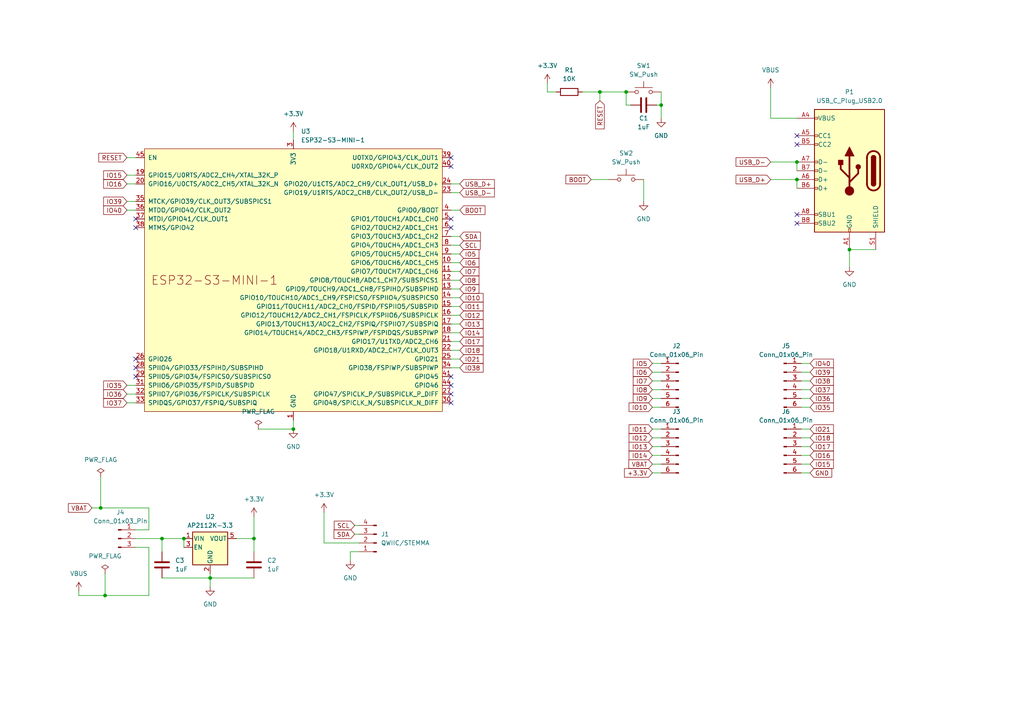
<source format=kicad_sch>
(kicad_sch (version 20230121) (generator eeschema)
  (paper "A4")
  (title_block (title "LazyBoard") (date "2023-11-02") (rev "0.1") (company "CRCibernetica SA"))
  (lib_symbols
    (symbol "Connector:Conn_01x03_Pin" (pin_names (offset 1.016) hide)
      (property "Reference" "J" (at 0 5.08 0))
      (property "Value" "Conn_01x03_Pin" (at 0 -5.08 0))
      (symbol "Conn_01x03_Pin_1_1"
        (polyline (pts (xy 1.27 -2.54) (xy 0.8636 -2.54)) (stroke (width 0.1524)))
        (polyline (pts (xy 1.27 0) (xy 0.8636 0)) (stroke (width 0.1524)))
        (polyline (pts (xy 1.27 2.54) (xy 0.8636 2.54)) (stroke (width 0.1524)))
        (rectangle (start 0.8636 -2.413) (end 0 -2.667) (stroke (width 0.1524)) (fill (type outline)))
        (rectangle (start 0.8636 0.127) (end 0 -0.127) (stroke (width 0.1524)) (fill (type outline)))
        (rectangle (start 0.8636 2.667) (end 0 2.413) (stroke (width 0.1524)) (fill (type outline)))
        (pin passive line (at 5.08 2.54 180) (length 3.81) (name "Pin_1") (number "1"))
        (pin passive line (at 5.08 0 180) (length 3.81) (name "Pin_2") (number "2"))
        (pin passive line (at 5.08 -2.54 180) (length 3.81) (name "Pin_3") (number "3"))
      )
    )
    (symbol "Connector:Conn_01x04_Pin" (pin_names (offset 1.016) hide)
      (property "Reference" "J" (at 0 5.08 0))
      (property "Value" "Conn_01x04_Pin" (at 0 -7.62 0))
      (symbol "Conn_01x04_Pin_1_1"
        (polyline (pts (xy 1.27 -5.08) (xy 0.8636 -5.08)) (stroke (width 0.1524)))
        (polyline (pts (xy 1.27 -2.54) (xy 0.8636 -2.54)) (stroke (width 0.1524)))
        (polyline (pts (xy 1.27 0) (xy 0.8636 0)) (stroke (width 0.1524)))
        (polyline (pts (xy 1.27 2.54) (xy 0.8636 2.54)) (stroke (width 0.1524)))
        (rectangle (start 0.8636 -4.953) (end 0 -5.207) (stroke (width 0.1524)) (fill (type outline)))
        (rectangle (start 0.8636 -2.413) (end 0 -2.667) (stroke (width 0.1524)) (fill (type outline)))
        (rectangle (start 0.8636 0.127) (end 0 -0.127) (stroke (width 0.1524)) (fill (type outline)))
        (rectangle (start 0.8636 2.667) (end 0 2.413) (stroke (width 0.1524)) (fill (type outline)))
        (pin passive line (at 5.08 2.54 180) (length 3.81) (name "Pin_1") (number "1"))
        (pin passive line (at 5.08 0 180) (length 3.81) (name "Pin_2") (number "2"))
        (pin passive line (at 5.08 -2.54 180) (length 3.81) (name "Pin_3") (number "3"))
        (pin passive line (at 5.08 -5.08 180) (length 3.81) (name "Pin_4") (number "4"))
      )
    )
    (symbol "Connector:Conn_01x06_Pin" (pin_names (offset 1.016) hide)
      (property "Reference" "J" (at 0 7.62 0))
      (property "Value" "Conn_01x06_Pin" (at 0 -10.16 0))
      (symbol "Conn_01x06_Pin_1_1"
        (polyline (pts (xy 1.27 -7.62) (xy 0.8636 -7.62)) (stroke (width 0.1524)))
        (polyline (pts (xy 1.27 -5.08) (xy 0.8636 -5.08)) (stroke (width 0.1524)))
        (polyline (pts (xy 1.27 -2.54) (xy 0.8636 -2.54)) (stroke (width 0.1524)))
        (polyline (pts (xy 1.27 0) (xy 0.8636 0)) (stroke (width 0.1524)))
        (polyline (pts (xy 1.27 2.54) (xy 0.8636 2.54)) (stroke (width 0.1524)))
        (polyline (pts (xy 1.27 5.08) (xy 0.8636 5.08)) (stroke (width 0.1524)))
        (rectangle (start 0.8636 -7.493) (end 0 -7.747) (stroke (width 0.1524)) (fill (type outline)))
        (rectangle (start 0.8636 -4.953) (end 0 -5.207) (stroke (width 0.1524)) (fill (type outline)))
        (rectangle (start 0.8636 -2.413) (end 0 -2.667) (stroke (width 0.1524)) (fill (type outline)))
        (rectangle (start 0.8636 0.127) (end 0 -0.127) (stroke (width 0.1524)) (fill (type outline)))
        (rectangle (start 0.8636 2.667) (end 0 2.413) (stroke (width 0.1524)) (fill (type outline)))
        (rectangle (start 0.8636 5.207) (end 0 4.953) (stroke (width 0.1524)) (fill (type outline)))
        (pin passive line (at 5.08 5.08 180) (length 3.81) (name "Pin_1") (number "1"))
        (pin passive line (at 5.08 2.54 180) (length 3.81) (name "Pin_2") (number "2"))
        (pin passive line (at 5.08 0 180) (length 3.81) (name "Pin_3") (number "3"))
        (pin passive line (at 5.08 -2.54 180) (length 3.81) (name "Pin_4") (number "4"))
        (pin passive line (at 5.08 -5.08 180) (length 3.81) (name "Pin_5") (number "5"))
        (pin passive line (at 5.08 -7.62 180) (length 3.81) (name "Pin_6") (number "6"))
      )
    )
    (symbol "Connector:USB_C_Receptacle_USB2.0" (pin_names (offset 1.016))
      (property "Reference" "J" (at -10.16 19.05 0))
      (property "Value" "USB_C_Receptacle_USB2.0" (at 19.05 19.05 0))
      (symbol "USB_C_Receptacle_USB2.0_0_0"
        (rectangle (start -0.254 -17.78) (end 0.254 -16.764))
        (rectangle (start 10.16 -14.986) (end 9.144 -15.494))
        (rectangle (start 10.16 -12.446) (end 9.144 -12.954))
        (rectangle (start 10.16 -4.826) (end 9.144 -5.334))
        (rectangle (start 10.16 -2.286) (end 9.144 -2.794))
        (rectangle (start 10.16 0.254) (end 9.144 -0.254))
        (rectangle (start 10.16 2.794) (end 9.144 2.286))
        (rectangle (start 10.16 7.874) (end 9.144 7.366))
        (rectangle (start 10.16 10.414) (end 9.144 9.906))
        (rectangle (start 10.16 15.494) (end 9.144 14.986))
      )
      (symbol "USB_C_Receptacle_USB2.0_0_1"
        (rectangle (start -10.16 17.78) (end 10.16 -17.78) (stroke (width 0.254)) (fill (type background)))
        (arc (start -8.89 -3.81) (mid -6.985 -5.7067) (end -5.08 -3.81) (stroke (width 0.508)))
        (arc (start -7.62 -3.81) (mid -6.985 -4.4423) (end -6.35 -3.81) (stroke (width 0.254)))
        (arc (start -7.62 -3.81) (mid -6.985 -4.4423) (end -6.35 -3.81) (stroke (width 0.254)) (fill (type outline)))
        (rectangle (start -7.62 -3.81) (end -6.35 3.81) (stroke (width 0.254)) (fill (type outline)))
        (arc (start -6.35 3.81) (mid -6.985 4.4423) (end -7.62 3.81) (stroke (width 0.254)))
        (arc (start -6.35 3.81) (mid -6.985 4.4423) (end -7.62 3.81) (stroke (width 0.254)) (fill (type outline)))
        (arc (start -5.08 3.81) (mid -6.985 5.7067) (end -8.89 3.81) (stroke (width 0.508)))
        (circle (center -2.54 1.143) (radius 0.635) (stroke (width 0.254)) (fill (type outline)))
        (circle (center 0 -5.842) (radius 1.27) (fill (type outline)))
        (polyline (pts (xy -8.89 -3.81) (xy -8.89 3.81)) (stroke (width 0.508)))
        (polyline (pts (xy -5.08 3.81) (xy -5.08 -3.81)) (stroke (width 0.508)))
        (polyline (pts (xy 0 -5.842) (xy 0 4.318)) (stroke (width 0.508)))
        (polyline (pts (xy 0 -3.302) (xy -2.54 -0.762) (xy -2.54 0.508)) (stroke (width 0.508)))
        (polyline (pts (xy 0 -2.032) (xy 2.54 0.508) (xy 2.54 1.778)) (stroke (width 0.508)))
        (polyline (pts (xy -1.27 4.318) (xy 0 6.858) (xy 1.27 4.318) (xy -1.27 4.318)) (stroke (width 0.254)) (fill (type outline)))
        (rectangle (start 1.905 1.778) (end 3.175 3.048) (stroke (width 0.254)) (fill (type outline)))
      )
      (symbol "USB_C_Receptacle_USB2.0_1_1"
        (pin passive line (at 0 -22.86 90) (length 5.08) (name "GND") (number "A1"))
        (pin passive line (at 0 -22.86 90) (length 5.08) hide (name "GND") (number "A12"))
        (pin passive line (at 15.24 15.24 180) (length 5.08) (name "VBUS") (number "A4"))
        (pin bidirectional line (at 15.24 10.16 180) (length 5.08) (name "CC1") (number "A5"))
        (pin bidirectional line (at 15.24 -2.54 180) (length 5.08) (name "D+") (number "A6"))
        (pin bidirectional line (at 15.24 2.54 180) (length 5.08) (name "D-") (number "A7"))
        (pin bidirectional line (at 15.24 -12.7 180) (length 5.08) (name "SBU1") (number "A8"))
        (pin passive line (at 15.24 15.24 180) (length 5.08) hide (name "VBUS") (number "A9"))
        (pin passive line (at 0 -22.86 90) (length 5.08) hide (name "GND") (number "B1"))
        (pin passive line (at 0 -22.86 90) (length 5.08) hide (name "GND") (number "B12"))
        (pin passive line (at 15.24 15.24 180) (length 5.08) hide (name "VBUS") (number "B4"))
        (pin bidirectional line (at 15.24 7.62 180) (length 5.08) (name "CC2") (number "B5"))
        (pin bidirectional line (at 15.24 -5.08 180) (length 5.08) (name "D+") (number "B6"))
        (pin bidirectional line (at 15.24 0 180) (length 5.08) (name "D-") (number "B7"))
        (pin bidirectional line (at 15.24 -15.24 180) (length 5.08) (name "SBU2") (number "B8"))
        (pin passive line (at 15.24 15.24 180) (length 5.08) hide (name "VBUS") (number "B9"))
        (pin passive line (at -7.62 -22.86 90) (length 5.08) (name "SHIELD") (number "S1"))
      )
    )
    (symbol "Device:C" (pin_numbers hide) (pin_names (offset 0.254))
      (property "Reference" "C" (at 0.635 2.54 0))
      (property "Value" "C" (at 0.635 -2.54 0))
      (symbol "C_0_1"
        (polyline (pts (xy -2.032 -0.762) (xy 2.032 -0.762)) (stroke (width 0.508)))
        (polyline (pts (xy -2.032 0.762) (xy 2.032 0.762)) (stroke (width 0.508)))
      )
      (symbol "C_1_1"
        (pin passive line (at 0 3.81 270) (length 2.794) (name "~") (number "1"))
        (pin passive line (at 0 -3.81 90) (length 2.794) (name "~") (number "2"))
      )
    )
    (symbol "Device:R" (pin_numbers hide) (pin_names (offset 0))
      (property "Reference" "R" (at 2.032 0 90))
      (property "Value" "R" (at 0 0 90))
      (symbol "R_0_1"
        (rectangle (start -1.016 -2.54) (end 1.016 2.54) (stroke (width 0.254)))
      )
      (symbol "R_1_1"
        (pin passive line (at 0 3.81 270) (length 1.27) (name "~") (number "1"))
        (pin passive line (at 0 -3.81 90) (length 1.27) (name "~") (number "2"))
      )
    )
    (symbol "PCM_Espressif:ESP32-S3-MINI-1" (pin_names (offset 1.016))
      (property "Reference" "U" (at -43.18 43.18 0))
      (property "Value" "ESP32-S3-MINI-1" (at -43.18 40.64 0))
      (symbol "ESP32-S3-MINI-1_0_0"
        (text "ESP32-S3-MINI-1" (at -22.86 0 0) (effects (font (size 2.54 2.54))))
        (pin power_in line (at 0 -40.64 90) (length 2.54) (name "GND") (number "1"))
        (pin bidirectional line (at 45.72 5.08 180) (length 2.54) (name "GPIO6/TOUCH6/ADC1_CH5") (number "10"))
        (pin bidirectional line (at 45.72 2.54 180) (length 2.54) (name "GPIO7/TOUCH7/ADC1_CH6") (number "11"))
        (pin bidirectional line (at 45.72 0 180) (length 2.54) (name "GPIO8/TOUCH8/ADC1_CH7/SUBSPICS1") (number "12"))
        (pin bidirectional line (at 45.72 -2.54 180) (length 2.54) (name "GPIO9/TOUCH9/ADC1_CH8/FSPIHD/SUBSPIHD") (number "13"))
        (pin bidirectional line (at 45.72 -5.08 180) (length 2.54) (name "GPIO10/TOUCH10/ADC1_CH9/FSPICS0/FSPIIO4/SUBSPICS0") (number "14"))
        (pin bidirectional line (at 45.72 -7.62 180) (length 2.54) (name "GPIO11/TOUCH11/ADC2_CH0/FSPID/FSPIIO5/SUBSPID") (number "15"))
        (pin bidirectional line (at 45.72 -10.16 180) (length 2.54) (name "GPIO12/TOUCH12/ADC2_CH1/FSPICLK/FSPIIO6/SUBSPICLK") (number "16"))
        (pin bidirectional line (at 45.72 -12.7 180) (length 2.54) (name "GPIO13/TOUCH13/ADC2_CH2/FSPIQ/FSPIIO7/SUBSPIQ") (number "17"))
        (pin bidirectional line (at 45.72 -15.24 180) (length 2.54) (name "GPIO14/TOUCH14/ADC2_CH3/FSPIWP/FSPIDQS/SUBSPIWP") (number "18"))
        (pin bidirectional line (at -45.72 30.48 0) (length 2.54) (name "GPIO15/U0RTS/ADC2_CH4/XTAL_32K_P") (number "19"))
        (pin passive line (at 0 -40.64 90) (length 2.54) hide (name "GND") (number "2"))
        (pin bidirectional line (at -45.72 27.94 0) (length 2.54) (name "GPIO16/U0CTS/ADC2_CH5/XTAL_32K_N") (number "20"))
        (pin bidirectional line (at 45.72 -17.78 180) (length 2.54) (name "GPIO17/U1TXD/ADC2_CH6") (number "21"))
        (pin bidirectional line (at 45.72 -20.32 180) (length 2.54) (name "GPIO18/U1RXD/ADC2_CH7/CLK_OUT3") (number "22"))
        (pin bidirectional line (at 45.72 25.4 180) (length 2.54) (name "GPIO19/U1RTS/ADC2_CH8/CLK_OUT2/USB_D-") (number "23"))
        (pin bidirectional line (at 45.72 27.94 180) (length 2.54) (name "GPIO20/U1CTS/ADC2_CH9/CLK_OUT1/USB_D+") (number "24"))
        (pin bidirectional line (at 45.72 -22.86 180) (length 2.54) (name "GPIO21") (number "25"))
        (pin bidirectional line (at -45.72 -22.86 0) (length 2.54) (name "GPIO26") (number "26"))
        (pin bidirectional line (at 45.72 -33.02 180) (length 2.54) (name "GPIO47/SPICLK_P/SUBSPICLK_P_DIFF") (number "27"))
        (pin bidirectional line (at -45.72 -25.4 0) (length 2.54) (name "SPIIO4/GPIO33/FSPIHD/SUBSPIHD") (number "28"))
        (pin bidirectional line (at -45.72 -27.94 0) (length 2.54) (name "SPIIO5/GPIO34/FSPICS0/SUBSPICS0") (number "29"))
        (pin power_in line (at 0 40.64 270) (length 2.54) (name "3V3") (number "3"))
        (pin bidirectional line (at 45.72 -35.56 180) (length 2.54) (name "GPIO48/SPICLK_N/SUBSPICLK_N_DIFF") (number "30"))
        (pin bidirectional line (at -45.72 -30.48 0) (length 2.54) (name "SPIIO6/GPIO35/FSPID/SUBSPID") (number "31"))
        (pin bidirectional line (at -45.72 -33.02 0) (length 2.54) (name "SPIIO7/GPIO36/FSPICLK/SUBSPICLK") (number "32"))
        (pin bidirectional line (at -45.72 -35.56 0) (length 2.54) (name "SPIDQS/GPIO37/FSPIQ/SUBSPIQ") (number "33"))
        (pin bidirectional line (at 45.72 -25.4 180) (length 2.54) (name "GPIO38/FSPIWP/SUBSPIWP") (number "34"))
        (pin bidirectional line (at -45.72 22.86 0) (length 2.54) (name "MTCK/GPIO39/CLK_OUT3/SUBSPICS1") (number "35"))
        (pin bidirectional line (at -45.72 20.32 0) (length 2.54) (name "MTDO/GPIO40/CLK_OUT2") (number "36"))
        (pin bidirectional line (at -45.72 17.78 0) (length 2.54) (name "MTDI/GPIO41/CLK_OUT1") (number "37"))
        (pin bidirectional line (at -45.72 15.24 0) (length 2.54) (name "MTMS/GPIO42") (number "38"))
        (pin bidirectional line (at 45.72 35.56 180) (length 2.54) (name "U0TXD/GPIO43/CLK_OUT1") (number "39"))
        (pin bidirectional line (at 45.72 20.32 180) (length 2.54) (name "GPIO0/BOOT") (number "4"))
        (pin bidirectional line (at 45.72 33.02 180) (length 2.54) (name "U0RXD/GPIO44/CLK_OUT2") (number "40"))
        (pin bidirectional line (at 45.72 -27.94 180) (length 2.54) (name "GPIO45") (number "41"))
        (pin passive line (at 0 -40.64 90) (length 2.54) hide (name "GND") (number "42"))
        (pin passive line (at 0 -40.64 90) (length 2.54) hide (name "GND") (number "43"))
        (pin bidirectional line (at 45.72 -30.48 180) (length 2.54) (name "GPIO46") (number "44"))
        (pin input line (at -45.72 35.56 0) (length 2.54) (name "EN") (number "45"))
        (pin passive line (at 0 -40.64 90) (length 2.54) hide (name "GND") (number "46"))
        (pin passive line (at 0 -40.64 90) (length 2.54) hide (name "GND") (number "47"))
        (pin passive line (at 0 -40.64 90) (length 2.54) hide (name "GND") (number "48"))
        (pin passive line (at 0 -40.64 90) (length 2.54) hide (name "GND") (number "49"))
        (pin bidirectional line (at 45.72 17.78 180) (length 2.54) (name "GPIO1/TOUCH1/ADC1_CH0") (number "5"))
        (pin passive line (at 0 -40.64 90) (length 2.54) hide (name "GND") (number "50"))
        (pin passive line (at 0 -40.64 90) (length 2.54) hide (name "GND") (number "51"))
        (pin passive line (at 0 -40.64 90) (length 2.54) hide (name "GND") (number "52"))
        (pin passive line (at 0 -40.64 90) (length 2.54) hide (name "GND") (number "53"))
        (pin passive line (at 0 -40.64 90) (length 2.54) hide (name "GND") (number "54"))
        (pin passive line (at 0 -40.64 90) (length 2.54) hide (name "GND") (number "55"))
        (pin passive line (at 0 -40.64 90) (length 2.54) hide (name "GND") (number "56"))
        (pin passive line (at 0 -40.64 90) (length 2.54) hide (name "GND") (number "57"))
        (pin passive line (at 0 -40.64 90) (length 2.54) hide (name "GND") (number "58"))
        (pin passive line (at 0 -40.64 90) (length 2.54) hide (name "GND") (number "59"))
        (pin bidirectional line (at 45.72 15.24 180) (length 2.54) (name "GPIO2/TOUCH2/ADC1_CH1") (number "6"))
        (pin passive line (at 0 -40.64 90) (length 2.54) hide (name "GND") (number "60"))
        (pin passive line (at 0 -40.64 90) (length 2.54) hide (name "GND") (number "61"))
        (pin passive line (at 0 -40.64 90) (length 2.54) hide (name "GND") (number "62"))
        (pin passive line (at 0 -40.64 90) (length 2.54) hide (name "GND") (number "63"))
        (pin passive line (at 0 -40.64 90) (length 2.54) hide (name "GND") (number "64"))
        (pin passive line (at 0 -40.64 90) (length 2.54) hide (name "GND") (number "65"))
        (pin bidirectional line (at 45.72 12.7 180) (length 2.54) (name "GPIO3/TOUCH3/ADC1_CH2") (number "7"))
        (pin bidirectional line (at 45.72 10.16 180) (length 2.54) (name "GPIO4/TOUCH4/ADC1_CH3") (number "8"))
        (pin bidirectional line (at 45.72 7.62 180) (length 2.54) (name "GPIO5/TOUCH5/ADC1_CH4") (number "9"))
      )
      (symbol "ESP32-S3-MINI-1_0_1"
        (rectangle (start -43.18 38.1) (end 43.18 -38.1) (fill (type background)))
      )
    )
    (symbol "Regulator_Linear:AP2112K-3.3" (pin_names (offset 0.254))
      (property "Reference" "U" (at -5.08 5.715 0))
      (property "Value" "AP2112K-3.3" (at 0 5.715 0))
      (symbol "AP2112K-3.3_0_1"
        (rectangle (start -5.08 4.445) (end 5.08 -5.08) (stroke (width 0.254)) (fill (type background)))
      )
      (symbol "AP2112K-3.3_1_1"
        (pin power_in line (at -7.62 2.54 0) (length 2.54) (name "VIN") (number "1"))
        (pin power_in line (at 0 -7.62 90) (length 2.54) (name "GND") (number "2"))
        (pin input line (at -7.62 0 0) (length 2.54) (name "EN") (number "3"))
        (pin no_connect line (at 5.08 0 180) (length 2.54) hide (name "NC") (number "4"))
        (pin power_out line (at 7.62 2.54 180) (length 2.54) (name "VOUT") (number "5"))
      )
    )
    (symbol "Switch:SW_Push" (pin_numbers hide) (pin_names (offset 1.016) hide)
      (property "Reference" "SW" (at 1.27 2.54 0))
      (property "Value" "SW_Push" (at 0 -1.524 0))
      (symbol "SW_Push_0_1"
        (circle (center -2.032 0) (radius 0.508))
        (polyline (pts (xy 0 1.27) (xy 0 3.048)))
        (polyline (pts (xy 2.54 1.27) (xy -2.54 1.27)))
        (circle (center 2.032 0) (radius 0.508))
        (pin passive line (at -5.08 0 0) (length 2.54) (name "1") (number "1"))
        (pin passive line (at 5.08 0 180) (length 2.54) (name "2") (number "2"))
      )
    )
    (symbol "power:+3.3V" (power) (pin_names (offset 0))
      (property "Value" "+3.3V" (at 0 3.556 0))
      (symbol "+3.3V_0_1"
        (polyline (pts (xy -0.762 1.27) (xy 0 2.54)))
        (polyline (pts (xy 0 0) (xy 0 2.54)))
        (polyline (pts (xy 0 2.54) (xy 0.762 1.27)))
      )
      (symbol "+3.3V_1_1"
        (pin power_in line (at 0 0 90) (length 0) hide (name "+3.3V") (number "1"))
      )
    )
    (symbol "power:GND" (power) (pin_names (offset 0))
      (property "Value" "GND" (at 0 -3.81 0))
      (symbol "GND_0_1"
        (polyline (pts (xy 0 0) (xy 0 -1.27) (xy 1.27 -1.27) (xy 0 -2.54) (xy -1.27 -1.27) (xy 0 -1.27)))
      )
      (symbol "GND_1_1"
        (pin power_in line (at 0 0 270) (length 0) hide (name "GND") (number "1"))
      )
    )
    (symbol "power:PWR_FLAG" (power) (pin_numbers hide) (pin_names (offset 0) hide)
      (property "Value" "PWR_FLAG" (at 0 3.81 0))
      (symbol "PWR_FLAG_0_0"
        (pin power_out line (at 0 0 90) (length 0) (name "pwr") (number "1"))
      )
      (symbol "PWR_FLAG_0_1"
        (polyline (pts (xy 0 0) (xy 0 1.27) (xy -1.016 1.905) (xy 0 2.54) (xy 1.016 1.905) (xy 0 1.27)))
      )
    )
    (symbol "power:VBUS" (power) (pin_names (offset 0))
      (property "Value" "VBUS" (at 0 3.81 0))
      (symbol "VBUS_0_1"
        (polyline (pts (xy -0.762 1.27) (xy 0 2.54)))
        (polyline (pts (xy 0 0) (xy 0 2.54)))
        (polyline (pts (xy 0 2.54) (xy 0.762 1.27)))
      )
      (symbol "VBUS_1_1"
        (pin power_in line (at 0 0 90) (length 0) hide (name "VBUS") (number "1"))
      )
    )
  )
  (junction (at 231.14 46.99))
  (junction (at 191.77 30.48))
  (junction (at 85.09 124.46))
  (junction (at 173.99 26.67))
  (junction (at 53.34 156.21))
  (junction (at 73.66 156.21))
  (junction (at 29.21 147.32))
  (junction (at 46.99 156.21))
  (junction (at 246.38 72.39))
  (junction (at 30.48 172.72))
  (junction (at 181.61 26.67))
  (junction (at 231.14 52.07))
  (junction (at 60.96 167.64))
  (no_connect (at 231.14 62.23))
  (no_connect (at 130.81 45.72))
  (no_connect (at 130.81 116.84))
  (no_connect (at 130.81 109.22))
  (no_connect (at 231.14 39.37))
  (no_connect (at 130.81 66.04))
  (no_connect (at 231.14 41.91))
  (no_connect (at 39.37 104.14))
  (no_connect (at 39.37 63.5))
  (no_connect (at 39.37 109.22))
  (no_connect (at 39.37 66.04))
  (no_connect (at 39.37 106.68))
  (no_connect (at 130.81 111.76))
  (no_connect (at 130.81 63.5))
  (no_connect (at 231.14 64.77))
  (no_connect (at 130.81 114.3))
  (no_connect (at 130.81 48.26))
  (wire (pts (xy 181.61 30.48) (xy 181.61 26.67)))
  (wire (pts (xy 223.52 52.07) (xy 231.14 52.07)))
  (wire (pts (xy 36.83 58.42) (xy 39.37 58.42)))
  (wire (pts (xy 46.99 156.21) (xy 53.34 156.21)))
  (wire (pts (xy 232.41 118.11) (xy 234.95 118.11)))
  (wire (pts (xy 43.18 158.75) (xy 43.18 172.72)))
  (wire (pts (xy 130.81 53.34) (xy 133.35 53.34)))
  (wire (pts (xy 30.48 166.37) (xy 30.48 172.72)))
  (wire (pts (xy 43.18 153.67) (xy 39.37 153.67)))
  (wire (pts (xy 232.41 110.49) (xy 234.95 110.49)))
  (wire (pts (xy 46.99 167.64) (xy 60.96 167.64)))
  (wire (pts (xy 246.38 72.39) (xy 246.38 77.47)))
  (wire (pts (xy 53.34 156.21) (xy 53.34 158.75)))
  (wire (pts (xy 46.99 160.02) (xy 46.99 156.21)))
  (wire (pts (xy 130.81 76.2) (xy 133.35 76.2)))
  (wire (pts (xy 168.91 26.67) (xy 173.99 26.67)))
  (wire (pts (xy 232.41 124.46) (xy 234.95 124.46)))
  (wire (pts (xy 246.38 72.39) (xy 254 72.39)))
  (wire (pts (xy 189.23 137.16) (xy 191.77 137.16)))
  (wire (pts (xy 30.48 172.72) (xy 22.86 172.72)))
  (wire (pts (xy 231.14 46.99) (xy 231.14 49.53)))
  (wire (pts (xy 158.75 26.67) (xy 161.29 26.67)))
  (wire (pts (xy 130.81 73.66) (xy 133.35 73.66)))
  (wire (pts (xy 130.81 91.44) (xy 133.35 91.44)))
  (wire (pts (xy 39.37 158.75) (xy 43.18 158.75)))
  (wire (pts (xy 189.23 115.57) (xy 191.77 115.57)))
  (wire (pts (xy 191.77 30.48) (xy 191.77 34.29)))
  (wire (pts (xy 130.81 83.82) (xy 133.35 83.82)))
  (wire (pts (xy 232.41 137.16) (xy 234.95 137.16)))
  (wire (pts (xy 26.67 147.32) (xy 29.21 147.32)))
  (wire (pts (xy 36.83 116.84) (xy 39.37 116.84)))
  (wire (pts (xy 232.41 115.57) (xy 234.95 115.57)))
  (wire (pts (xy 189.23 118.11) (xy 191.77 118.11)))
  (wire (pts (xy 93.98 157.48) (xy 93.98 148.59)))
  (wire (pts (xy 22.86 171.45) (xy 22.86 172.72)))
  (wire (pts (xy 130.81 104.14) (xy 133.35 104.14)))
  (wire (pts (xy 186.69 52.07) (xy 186.69 58.42)))
  (wire (pts (xy 102.87 152.4) (xy 104.14 152.4)))
  (wire (pts (xy 36.83 114.3) (xy 39.37 114.3)))
  (wire (pts (xy 232.41 129.54) (xy 234.95 129.54)))
  (wire (pts (xy 60.96 167.64) (xy 73.66 167.64)))
  (wire (pts (xy 130.81 96.52) (xy 133.35 96.52)))
  (wire (pts (xy 173.99 26.67) (xy 181.61 26.67)))
  (wire (pts (xy 189.23 129.54) (xy 191.77 129.54)))
  (wire (pts (xy 232.41 134.62) (xy 234.95 134.62)))
  (wire (pts (xy 189.23 124.46) (xy 191.77 124.46)))
  (wire (pts (xy 85.09 121.92) (xy 85.09 124.46)))
  (wire (pts (xy 73.66 156.21) (xy 73.66 160.02)))
  (wire (pts (xy 36.83 53.34) (xy 39.37 53.34)))
  (wire (pts (xy 232.41 132.08) (xy 234.95 132.08)))
  (wire (pts (xy 189.23 134.62) (xy 191.77 134.62)))
  (wire (pts (xy 130.81 99.06) (xy 133.35 99.06)))
  (wire (pts (xy 101.6 160.02) (xy 101.6 162.56)))
  (wire (pts (xy 36.83 60.96) (xy 39.37 60.96)))
  (wire (pts (xy 182.88 30.48) (xy 181.61 30.48)))
  (wire (pts (xy 36.83 50.8) (xy 39.37 50.8)))
  (wire (pts (xy 173.99 26.67) (xy 173.99 29.21)))
  (wire (pts (xy 171.45 52.07) (xy 176.53 52.07)))
  (wire (pts (xy 232.41 107.95) (xy 234.95 107.95)))
  (wire (pts (xy 68.58 156.21) (xy 73.66 156.21)))
  (wire (pts (xy 189.23 110.49) (xy 191.77 110.49)))
  (wire (pts (xy 29.21 147.32) (xy 43.18 147.32)))
  (wire (pts (xy 36.83 45.72) (xy 39.37 45.72)))
  (wire (pts (xy 39.37 156.21) (xy 46.99 156.21)))
  (wire (pts (xy 223.52 46.99) (xy 231.14 46.99)))
  (wire (pts (xy 223.52 34.29) (xy 223.52 25.4)))
  (wire (pts (xy 231.14 34.29) (xy 223.52 34.29)))
  (wire (pts (xy 43.18 172.72) (xy 30.48 172.72)))
  (wire (pts (xy 191.77 26.67) (xy 191.77 30.48)))
  (wire (pts (xy 60.96 166.37) (xy 60.96 167.64)))
  (wire (pts (xy 232.41 105.41) (xy 234.95 105.41)))
  (wire (pts (xy 104.14 160.02) (xy 101.6 160.02)))
  (wire (pts (xy 102.87 154.94) (xy 104.14 154.94)))
  (wire (pts (xy 130.81 68.58) (xy 133.35 68.58)))
  (wire (pts (xy 130.81 101.6) (xy 133.35 101.6)))
  (wire (pts (xy 231.14 52.07) (xy 231.14 54.61)))
  (wire (pts (xy 130.81 93.98) (xy 133.35 93.98)))
  (wire (pts (xy 60.96 167.64) (xy 60.96 170.18)))
  (wire (pts (xy 43.18 147.32) (xy 43.18 153.67)))
  (wire (pts (xy 104.14 157.48) (xy 93.98 157.48)))
  (wire (pts (xy 189.23 132.08) (xy 191.77 132.08)))
  (wire (pts (xy 190.5 30.48) (xy 191.77 30.48)))
  (wire (pts (xy 29.21 138.43) (xy 29.21 147.32)))
  (wire (pts (xy 130.81 71.12) (xy 133.35 71.12)))
  (wire (pts (xy 130.81 81.28) (xy 133.35 81.28)))
  (wire (pts (xy 73.66 149.86) (xy 73.66 156.21)))
  (wire (pts (xy 36.83 111.76) (xy 39.37 111.76)))
  (wire (pts (xy 158.75 24.13) (xy 158.75 26.67)))
  (wire (pts (xy 130.81 78.74) (xy 133.35 78.74)))
  (wire (pts (xy 130.81 60.96) (xy 133.35 60.96)))
  (wire (pts (xy 232.41 113.03) (xy 234.95 113.03)))
  (wire (pts (xy 189.23 127) (xy 191.77 127)))
  (wire (pts (xy 189.23 113.03) (xy 191.77 113.03)))
  (wire (pts (xy 130.81 86.36) (xy 133.35 86.36)))
  (wire (pts (xy 74.93 124.46) (xy 85.09 124.46)))
  (wire (pts (xy 189.23 107.95) (xy 191.77 107.95)))
  (wire (pts (xy 130.81 106.68) (xy 133.35 106.68)))
  (wire (pts (xy 85.09 38.1) (xy 85.09 40.64)))
  (wire (pts (xy 232.41 127) (xy 234.95 127)))
  (wire (pts (xy 189.23 105.41) (xy 191.77 105.41)))
  (wire (pts (xy 130.81 88.9) (xy 133.35 88.9)))
  (wire (pts (xy 130.81 55.88) (xy 133.35 55.88)))
  (global_label "IO9" (shape input) (at 189.23 115.57 180) (property "Intersheetrefs" "${INTERSHEET_REFS}" (effects hide)))
  (global_label "IO37" (shape input) (at 234.95 113.03 0) (property "Intersheetrefs" "${INTERSHEET_REFS}" (effects hide)))
  (global_label "IO14" (shape input) (at 189.23 132.08 180) (property "Intersheetrefs" "${INTERSHEET_REFS}" (effects hide)))
  (global_label "IO10" (shape input) (at 133.35 86.36 0) (property "Intersheetrefs" "${INTERSHEET_REFS}" (effects hide)))
  (global_label "IO12" (shape input) (at 133.35 91.44 0) (property "Intersheetrefs" "${INTERSHEET_REFS}" (effects hide)))
  (global_label "SCL" (shape input) (at 133.35 71.12 0) (property "Intersheetrefs" "${INTERSHEET_REFS}" (effects hide)))
  (global_label "IO6" (shape input) (at 189.23 107.95 180) (property "Intersheetrefs" "${INTERSHEET_REFS}" (effects hide)))
  (global_label "IO7" (shape input) (at 189.23 110.49 180) (property "Intersheetrefs" "${INTERSHEET_REFS}" (effects hide)))
  (global_label "IO13" (shape input) (at 189.23 129.54 180) (property "Intersheetrefs" "${INTERSHEET_REFS}" (effects hide)))
  (global_label "IO14" (shape input) (at 133.35 96.52 0) (property "Intersheetrefs" "${INTERSHEET_REFS}" (effects hide)))
  (global_label "IO40" (shape input) (at 234.95 105.41 0) (property "Intersheetrefs" "${INTERSHEET_REFS}" (effects hide)))
  (global_label "IO16" (shape input) (at 36.83 53.34 180) (property "Intersheetrefs" "${INTERSHEET_REFS}" (effects hide)))
  (global_label "IO16" (shape input) (at 234.95 132.08 0) (property "Intersheetrefs" "${INTERSHEET_REFS}" (effects hide)))
  (global_label "IO5" (shape input) (at 189.23 105.41 180) (property "Intersheetrefs" "${INTERSHEET_REFS}" (effects hide)))
  (global_label "IO35" (shape input) (at 234.95 118.11 0) (property "Intersheetrefs" "${INTERSHEET_REFS}" (effects hide)))
  (global_label "USB_D+" (shape input) (at 133.35 53.34 0) (property "Intersheetrefs" "${INTERSHEET_REFS}" (effects hide)))
  (global_label "IO7" (shape input) (at 133.35 78.74 0) (property "Intersheetrefs" "${INTERSHEET_REFS}" (effects hide)))
  (global_label "SCL" (shape input) (at 102.87 152.4 180) (property "Intersheetrefs" "${INTERSHEET_REFS}" (effects hide)))
  (global_label "IO37" (shape input) (at 36.83 116.84 180) (property "Intersheetrefs" "${INTERSHEET_REFS}" (effects hide)))
  (global_label "IO40" (shape input) (at 36.83 60.96 180) (property "Intersheetrefs" "${INTERSHEET_REFS}" (effects hide)))
  (global_label "IO18" (shape input) (at 234.95 127 0) (property "Intersheetrefs" "${INTERSHEET_REFS}" (effects hide)))
  (global_label "IO5" (shape input) (at 133.35 73.66 0) (property "Intersheetrefs" "${INTERSHEET_REFS}" (effects hide)))
  (global_label "IO36" (shape input) (at 36.83 114.3 180) (property "Intersheetrefs" "${INTERSHEET_REFS}" (effects hide)))
  (global_label "IO35" (shape input) (at 36.83 111.76 180) (property "Intersheetrefs" "${INTERSHEET_REFS}" (effects hide)))
  (global_label "VBAT" (shape input) (at 26.67 147.32 180) (property "Intersheetrefs" "${INTERSHEET_REFS}" (effects hide)))
  (global_label "IO10" (shape input) (at 189.23 118.11 180) (property "Intersheetrefs" "${INTERSHEET_REFS}" (effects hide)))
  (global_label "USB_D-" (shape input) (at 133.35 55.88 0) (property "Intersheetrefs" "${INTERSHEET_REFS}" (effects hide)))
  (global_label "IO17" (shape input) (at 133.35 99.06 0) (property "Intersheetrefs" "${INTERSHEET_REFS}" (effects hide)))
  (global_label "+3.3V" (shape input) (at 189.23 137.16 180) (property "Intersheetrefs" "${INTERSHEET_REFS}" (effects hide)))
  (global_label "USB_D+" (shape input) (at 223.52 52.07 180) (property "Intersheetrefs" "${INTERSHEET_REFS}" (effects hide)))
  (global_label "IO11" (shape input) (at 189.23 124.46 180) (property "Intersheetrefs" "${INTERSHEET_REFS}" (effects hide)))
  (global_label "IO38" (shape input) (at 234.95 110.49 0) (property "Intersheetrefs" "${INTERSHEET_REFS}" (effects hide)))
  (global_label "IO12" (shape input) (at 189.23 127 180) (property "Intersheetrefs" "${INTERSHEET_REFS}" (effects hide)))
  (global_label "IO6" (shape input) (at 133.35 76.2 0) (property "Intersheetrefs" "${INTERSHEET_REFS}" (effects hide)))
  (global_label "IO39" (shape input) (at 234.95 107.95 0) (property "Intersheetrefs" "${INTERSHEET_REFS}" (effects hide)))
  (global_label "IO15" (shape input) (at 36.83 50.8 180) (property "Intersheetrefs" "${INTERSHEET_REFS}" (effects hide)))
  (global_label "BOOT" (shape input) (at 133.35 60.96 0) (property "Intersheetrefs" "${INTERSHEET_REFS}" (effects hide)))
  (global_label "IO21" (shape input) (at 133.35 104.14 0) (property "Intersheetrefs" "${INTERSHEET_REFS}" (effects hide)))
  (global_label "SDA" (shape input) (at 133.35 68.58 0) (property "Intersheetrefs" "${INTERSHEET_REFS}" (effects hide)))
  (global_label "IO11" (shape input) (at 133.35 88.9 0) (property "Intersheetrefs" "${INTERSHEET_REFS}" (effects hide)))
  (global_label "IO21" (shape input) (at 234.95 124.46 0) (property "Intersheetrefs" "${INTERSHEET_REFS}" (effects hide)))
  (global_label "IO8" (shape input) (at 133.35 81.28 0) (property "Intersheetrefs" "${INTERSHEET_REFS}" (effects hide)))
  (global_label "USB_D-" (shape input) (at 223.52 46.99 180) (property "Intersheetrefs" "${INTERSHEET_REFS}" (effects hide)))
  (global_label "IO18" (shape input) (at 133.35 101.6 0) (property "Intersheetrefs" "${INTERSHEET_REFS}" (effects hide)))
  (global_label "IO36" (shape input) (at 234.95 115.57 0) (property "Intersheetrefs" "${INTERSHEET_REFS}" (effects hide)))
  (global_label "IO17" (shape input) (at 234.95 129.54 0) (property "Intersheetrefs" "${INTERSHEET_REFS}" (effects hide)))
  (global_label "BOOT" (shape input) (at 171.45 52.07 180) (property "Intersheetrefs" "${INTERSHEET_REFS}" (effects hide)))
  (global_label "IO8" (shape input) (at 189.23 113.03 180) (property "Intersheetrefs" "${INTERSHEET_REFS}" (effects hide)))
  (global_label "IO38" (shape input) (at 133.35 106.68 0) (property "Intersheetrefs" "${INTERSHEET_REFS}" (effects hide)))
  (global_label "SDA" (shape input) (at 102.87 154.94 180) (property "Intersheetrefs" "${INTERSHEET_REFS}" (effects hide)))
  (global_label "IO9" (shape input) (at 133.35 83.82 0) (property "Intersheetrefs" "${INTERSHEET_REFS}" (effects hide)))
  (global_label "RESET" (shape input) (at 36.83 45.72 180) (property "Intersheetrefs" "${INTERSHEET_REFS}" (effects hide)))
  (global_label "IO15" (shape input) (at 234.95 134.62 0) (property "Intersheetrefs" "${INTERSHEET_REFS}" (effects hide)))
  (global_label "VBAT" (shape input) (at 189.23 134.62 180) (property "Intersheetrefs" "${INTERSHEET_REFS}" (effects hide)))
  (global_label "IO13" (shape input) (at 133.35 93.98 0) (property "Intersheetrefs" "${INTERSHEET_REFS}" (effects hide)))
  (global_label "IO39" (shape input) (at 36.83 58.42 180) (property "Intersheetrefs" "${INTERSHEET_REFS}" (effects hide)))
  (global_label "RESET" (shape input) (at 173.99 29.21 270) (property "Intersheetrefs" "${INTERSHEET_REFS}" (effects hide)))
  (global_label "GND" (shape input) (at 234.95 137.16 0) (property "Intersheetrefs" "${INTERSHEET_REFS}" (effects hide)))
  (symbol (lib_id "Device:R") (at 165.1 26.67 90) (unit 1)
    (property "Reference" "R1" (at 165.1 20.32 90))
    (property "Value" "10K" (at 165.1 22.86 90))
    (property "Footprint" "Resistor_SMD:R_0603_1608Metric" (effects hide))
  )
  (symbol (lib_id "Switch:SW_Push") (at 181.61 52.07 0) (mirror y) (unit 1)
    (property "Reference" "SW2" (at 181.61 44.45 0))
    (property "Value" "SW_Push" (at 181.61 46.99 0))
    (property "Footprint" "Button_Switch_SMD:SW_Push_SPST_NO_Alps_SKRK" (effects hide))
  )
  (symbol (lib_id "power:+3.3V") (at 158.75 24.13 0) (unit 1)
    (property "Reference" "#PWR012" (effects hide))
    (property "Value" "+3.3V" (at 158.75 19.05 0))
  )
  (symbol (lib_id "Device:C") (at 73.66 163.83 0) (unit 1)
    (property "Reference" "C2" (at 77.47 162.56 0) (effects (justify left)))
    (property "Value" "1uF" (at 77.47 165.1 0) (effects (justify left)))
    (property "Footprint" "Capacitor_SMD:C_0603_1608Metric" (effects hide))
  )
  (symbol (lib_id "power:VBUS") (at 223.52 25.4 0) (unit 1)
    (property "Reference" "#PWR06" (effects hide))
    (property "Value" "VBUS" (at 223.52 20.32 0))
  )
  (symbol (lib_id "power:GND") (at 246.38 77.47 0) (mirror y) (unit 1)
    (property "Reference" "#PWR04" (effects hide))
    (property "Value" "GND" (at 246.38 82.55 0))
  )
  (symbol (lib_id "power:GND") (at 101.6 162.56 0) (unit 1)
    (property "Reference" "#PWR010" (effects hide))
    (property "Value" "GND" (at 101.6 167.64 0))
  )
  (symbol (lib_id "power:GND") (at 191.77 34.29 0) (unit 1)
    (property "Reference" "#PWR02" (effects hide))
    (property "Value" "GND" (at 191.77 39.37 0))
  )
  (symbol (lib_id "power:GND") (at 85.09 124.46 0) (unit 1)
    (property "Reference" "#PWR01" (effects hide))
    (property "Value" "GND" (at 85.09 129.54 0))
  )
  (symbol (lib_id "power:PWR_FLAG") (at 29.21 138.43 0) (unit 1)
    (property "Reference" "#FLG02" (effects hide))
    (property "Value" "PWR_FLAG" (at 29.21 133.35 0))
  )
  (symbol (lib_id "Connector:Conn_01x04_Pin") (at 109.22 157.48 180) (unit 1)
    (property "Reference" "J1" (at 110.49 154.94 0) (effects (justify right)))
    (property "Value" "QWIIC/STEMMA" (at 110.49 157.48 0) (effects (justify right)))
    (property "Footprint" "Connector_JST:JST_SH_SM04B-SRSS-TB_1x04-1MP_P1.00mm_Horizontal" (effects hide))
  )
  (symbol (lib_id "PCM_Espressif:ESP32-S3-MINI-1") (at 85.09 81.28 0) (unit 1)
    (property "Reference" "U3" (at 87.2841 38.1 0) (effects (justify left)))
    (property "Value" "ESP32-S3-MINI-1" (at 87.2841 40.64 0) (effects (justify left)))
    (property "Footprint" "PCM_Espressif:ESP32-S3-MINI-1" (effects hide))
    (property "Datasheet" "https://www.espressif.com/sites/default/files/documentation/esp32-s3-mini-1_mini-1u_datasheet_en.pdf" (effects hide))
  )
  (symbol (lib_id "Switch:SW_Push") (at 186.69 26.67 0) (unit 1)
    (property "Reference" "SW1" (at 186.69 19.05 0))
    (property "Value" "SW_Push" (at 186.69 21.59 0))
    (property "Footprint" "Button_Switch_SMD:SW_Push_SPST_NO_Alps_SKRK" (effects hide))
  )
  (symbol (lib_id "power:+3.3V") (at 85.09 38.1 0) (unit 1)
    (property "Reference" "#PWR05" (effects hide))
    (property "Value" "+3.3V" (at 85.09 33.02 0))
  )
  (symbol (lib_id "Connector:Conn_01x06_Pin") (at 227.33 129.54 0) (unit 1)
    (property "Reference" "J6" (at 227.965 119.38 0))
    (property "Value" "Conn_01x06_Pin" (at 227.965 121.92 0))
    (property "Footprint" "Connector_PinHeader_2.54mm:PinHeader_1x06_P2.54mm_Vertical" (effects hide))
  )
  (symbol (lib_id "Connector:Conn_01x03_Pin") (at 34.29 156.21 0) (unit 1)
    (property "Reference" "J4" (at 34.925 148.59 0))
    (property "Value" "Conn_01x03_Pin" (at 34.925 151.13 0))
    (property "Footprint" "Connector_PinHeader_2.54mm:PinHeader_1x03_P2.54mm_Vertical" (effects hide))
  )
  (symbol (lib_id "power:+3.3V") (at 73.66 149.86 0) (unit 1)
    (property "Reference" "#PWR08" (effects hide))
    (property "Value" "+3.3V" (at 73.66 144.78 0))
  )
  (symbol (lib_id "Device:C") (at 46.99 163.83 0) (unit 1)
    (property "Reference" "C3" (at 50.8 162.56 0) (effects (justify left)))
    (property "Value" "1uF" (at 50.8 165.1 0) (effects (justify left)))
    (property "Footprint" "Capacitor_SMD:C_0603_1608Metric" (effects hide))
  )
  (symbol (lib_id "power:+3.3V") (at 93.98 148.59 0) (unit 1)
    (property "Reference" "#PWR011" (effects hide))
    (property "Value" "+3.3V" (at 93.98 143.51 0))
  )
  (symbol (lib_id "Regulator_Linear:AP2112K-3.3") (at 60.96 158.75 0) (unit 1)
    (property "Reference" "U2" (at 60.96 149.86 0))
    (property "Value" "AP2112K-3.3" (at 60.96 152.4 0))
    (property "Footprint" "Package_TO_SOT_SMD:SOT-23-5" (effects hide))
    (property "Datasheet" "https://www.diodes.com/assets/Datasheets/AP2112.pdf" (effects hide))
  )
  (symbol (lib_id "Connector:Conn_01x06_Pin") (at 227.33 110.49 0) (unit 1)
    (property "Reference" "J5" (at 227.965 100.33 0))
    (property "Value" "Conn_01x06_Pin" (at 227.965 102.87 0))
    (property "Footprint" "Connector_PinHeader_2.54mm:PinHeader_1x06_P2.54mm_Vertical" (effects hide))
  )
  (symbol (lib_id "power:GND") (at 60.96 170.18 0) (unit 1)
    (property "Reference" "#PWR09" (effects hide))
    (property "Value" "GND" (at 60.96 175.26 0))
  )
  (symbol (lib_id "Connector:Conn_01x06_Pin") (at 196.85 110.49 0) (mirror y) (unit 1)
    (property "Reference" "J2" (at 196.215 100.33 0))
    (property "Value" "Conn_01x06_Pin" (at 196.215 102.87 0))
    (property "Footprint" "Connector_PinHeader_2.54mm:PinHeader_1x06_P2.54mm_Vertical" (effects hide))
  )
  (symbol (lib_id "power:PWR_FLAG") (at 30.48 166.37 0) (unit 1)
    (property "Reference" "#FLG03" (effects hide))
    (property "Value" "PWR_FLAG" (at 30.48 161.29 0))
  )
  (symbol (lib_id "power:GND") (at 186.69 58.42 0) (mirror y) (unit 1)
    (property "Reference" "#PWR03" (effects hide))
    (property "Value" "GND" (at 186.69 63.5 0))
  )
  (symbol (lib_id "power:PWR_FLAG") (at 74.93 124.46 0) (unit 1)
    (property "Reference" "#FLG04" (effects hide))
    (property "Value" "PWR_FLAG" (at 74.93 119.38 0))
  )
  (symbol (lib_id "Device:C") (at 186.69 30.48 90) (unit 1)
    (property "Reference" "C1" (at 186.69 34.29 90))
    (property "Value" "1uF" (at 186.69 36.83 90))
    (property "Footprint" "Capacitor_SMD:C_0603_1608Metric" (effects hide))
  )
  (symbol (lib_id "power:VBUS") (at 22.86 171.45 0) (unit 1)
    (property "Reference" "#PWR07" (effects hide))
    (property "Value" "VBUS" (at 22.86 166.37 0))
  )
  (symbol (lib_id "Connector:USB_C_Receptacle_USB2.0") (at 246.38 49.53 0) (mirror y) (unit 1)
    (property "Reference" "P1" (at 246.38 26.67 0))
    (property "Value" "USB_C_Plug_USB2.0" (at 246.38 29.21 0))
    (property "Footprint" "Connector_USB:USB_C_Receptacle_GCT_USB4105-xx-A_16P_TopMnt_Horizontal" (effects hide))
    (property "Datasheet" "https://www.usb.org/sites/default/files/documents/usb_type-c.zip" (effects hide))
  )
  (symbol (lib_id "Connector:Conn_01x06_Pin") (at 196.85 129.54 0) (mirror y) (unit 1)
    (property "Reference" "J3" (at 196.215 119.38 0))
    (property "Value" "Conn_01x06_Pin" (at 196.215 121.92 0))
    (property "Footprint" "Connector_PinHeader_2.54mm:PinHeader_1x06_P2.54mm_Vertical" (effects hide))
  )
)
</source>
